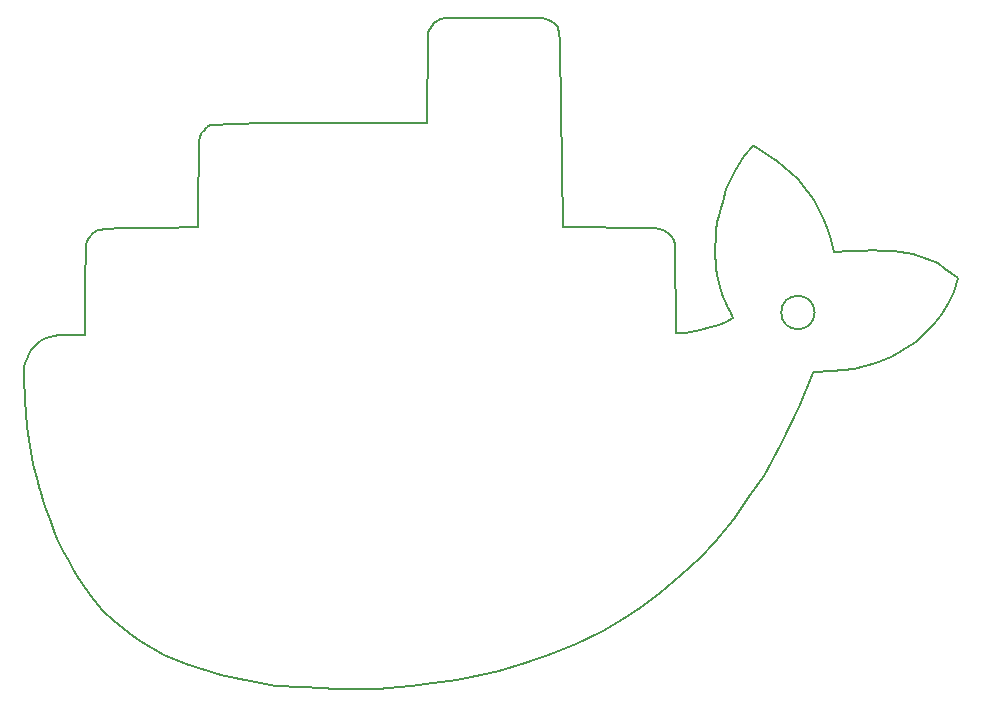
<source format=gbr>
G04 #@! TF.GenerationSoftware,KiCad,Pcbnew,(5.1.2)-1*
G04 #@! TF.CreationDate,2019-06-19T12:48:08+08:00*
G04 #@! TF.ProjectId,docker_take2,646f636b-6572-45f7-9461-6b65322e6b69,rev?*
G04 #@! TF.SameCoordinates,Original*
G04 #@! TF.FileFunction,Profile,NP*
%FSLAX46Y46*%
G04 Gerber Fmt 4.6, Leading zero omitted, Abs format (unit mm)*
G04 Created by KiCad (PCBNEW (5.1.2)-1) date 2019-06-19 12:48:08*
%MOMM*%
%LPD*%
G04 APERTURE LIST*
%ADD10C,0.150000*%
G04 APERTURE END LIST*
D10*
X120586500Y-74866500D02*
X120650000Y-74866500D01*
X177241200Y-58928000D02*
X177292000Y-58928000D01*
X182308500Y-78041500D02*
X182308500Y-78105000D01*
X120015000Y-95377000D02*
X120015000Y-95440500D01*
X119951500Y-95313500D02*
X120015000Y-95440500D01*
X182414214Y-73000000D02*
G75*
G03X182414214Y-73000000I-1414214J0D01*
G01*
X176479200Y-59740800D02*
X177241200Y-58928000D01*
X176479200Y-59740800D02*
X175717200Y-61010800D01*
X174955200Y-62585600D02*
X175717200Y-61010800D01*
X174650400Y-63652400D02*
X174955200Y-62585600D01*
X174498000Y-64160400D02*
X174650400Y-63652400D01*
X174447200Y-64465200D02*
X174498000Y-64160400D01*
X174294800Y-64871600D02*
X174447200Y-64465200D01*
X174193200Y-65328800D02*
X174294800Y-64871600D01*
X174091600Y-66141600D02*
X174193200Y-65328800D01*
X174040800Y-66700400D02*
X174091600Y-66141600D01*
X173990000Y-67513200D02*
X174040800Y-66700400D01*
X173990000Y-67614800D02*
X173990000Y-67513200D01*
X173990000Y-68275200D02*
X173990000Y-67614800D01*
X174040800Y-68732400D02*
X173990000Y-68275200D01*
X174091600Y-69240400D02*
X174040800Y-68732400D01*
X174193200Y-69850000D02*
X174091600Y-69240400D01*
X174396400Y-70815200D02*
X174193200Y-69850000D01*
X174599600Y-71424800D02*
X174396400Y-70815200D01*
X174701200Y-71678800D02*
X174599600Y-71424800D01*
X174853600Y-72034400D02*
X174701200Y-71678800D01*
X175107600Y-72593200D02*
X174853600Y-72034400D01*
X175260000Y-72898000D02*
X175107600Y-72593200D01*
X175514000Y-73456800D02*
X175260000Y-72898000D01*
X174955200Y-73812400D02*
X175514000Y-73456800D01*
X174294800Y-74066400D02*
X174955200Y-73812400D01*
X173685200Y-74269600D02*
X174294800Y-74066400D01*
X172415200Y-74574400D02*
X173685200Y-74269600D01*
X171450000Y-74726800D02*
X172415200Y-74574400D01*
X170688000Y-74777600D02*
X171450000Y-74726800D01*
X170637200Y-67259200D02*
X170688000Y-74777600D01*
X170484800Y-66903600D02*
X170637200Y-67259200D01*
X170230800Y-66548000D02*
X170484800Y-66903600D01*
X169976800Y-66243200D02*
X170230800Y-66548000D01*
X169570400Y-66040000D02*
X169976800Y-66243200D01*
X168910000Y-65887600D02*
X169570400Y-66040000D01*
X168452800Y-65836800D02*
X168910000Y-65887600D01*
X161086800Y-65735200D02*
X168452800Y-65836800D01*
X160883600Y-50495200D02*
X161086800Y-65735200D01*
X160832800Y-49936400D02*
X160883600Y-50495200D01*
X160782000Y-49428400D02*
X160832800Y-49936400D01*
X160680400Y-48818800D02*
X160782000Y-49428400D01*
X160426400Y-48564800D02*
X160680400Y-48818800D01*
X160121600Y-48310800D02*
X160426400Y-48564800D01*
X159867600Y-48209200D02*
X160121600Y-48310800D01*
X159410400Y-48107600D02*
X159867600Y-48209200D01*
X159004000Y-48056800D02*
X159410400Y-48107600D01*
X158750000Y-48056800D02*
X159004000Y-48056800D01*
X151130000Y-48056800D02*
X158750000Y-48056800D01*
X150774400Y-48158400D02*
X151130000Y-48056800D01*
X150571200Y-48260000D02*
X150774400Y-48158400D01*
X150418800Y-48361600D02*
X150571200Y-48260000D01*
X150215600Y-48514000D02*
X150418800Y-48361600D01*
X150063200Y-48717200D02*
X150215600Y-48514000D01*
X149860000Y-48971200D02*
X150063200Y-48717200D01*
X149707600Y-49225200D02*
X149860000Y-48971200D01*
X149656800Y-49530000D02*
X149707600Y-49225200D01*
X149606000Y-56946800D02*
X149656800Y-49530000D01*
X135991600Y-56997600D02*
X149606000Y-56946800D01*
X133096000Y-57048400D02*
X135991600Y-56997600D01*
X131445000Y-57086500D02*
X133096000Y-57048400D01*
X131191000Y-57150000D02*
X131445000Y-57086500D01*
X131000500Y-57277000D02*
X131191000Y-57150000D01*
X130873500Y-57404000D02*
X131000500Y-57277000D01*
X130683000Y-57594500D02*
X130873500Y-57404000D01*
X130556000Y-57721500D02*
X130683000Y-57594500D01*
X130429000Y-57912000D02*
X130556000Y-57721500D01*
X130365500Y-58166000D02*
X130429000Y-57912000D01*
X130302000Y-58483500D02*
X130365500Y-58166000D01*
X130238500Y-64579500D02*
X130302000Y-58483500D01*
X130238500Y-65786000D02*
X130238500Y-64579500D01*
X127000000Y-65849500D02*
X130238500Y-65786000D01*
X125984000Y-65849500D02*
X127000000Y-65849500D01*
X125031500Y-65849500D02*
X125984000Y-65849500D01*
X123317000Y-65849500D02*
X125031500Y-65849500D01*
X122809000Y-65913000D02*
X123317000Y-65849500D01*
X122555000Y-65913000D02*
X122809000Y-65913000D01*
X122301000Y-65913000D02*
X122555000Y-65913000D01*
X121920000Y-65976500D02*
X122301000Y-65913000D01*
X121729500Y-66040000D02*
X121920000Y-65976500D01*
X121348500Y-66294000D02*
X121729500Y-66040000D01*
X120967500Y-66675000D02*
X121348500Y-66294000D01*
X120840500Y-66929000D02*
X120967500Y-66675000D01*
X120713500Y-67246500D02*
X120840500Y-66929000D01*
X120650000Y-70675500D02*
X120713500Y-67246500D01*
X120650000Y-72961500D02*
X120650000Y-70675500D01*
X120650000Y-74866500D02*
X120650000Y-72961500D01*
X118999000Y-74930000D02*
X120586500Y-74866500D01*
X118427500Y-74930000D02*
X118999000Y-74930000D01*
X117983000Y-74993500D02*
X118427500Y-74930000D01*
X117665500Y-75057000D02*
X117983000Y-74993500D01*
X117348000Y-75184000D02*
X117665500Y-75057000D01*
X116840000Y-75438000D02*
X117348000Y-75184000D01*
X116395500Y-75819000D02*
X116840000Y-75438000D01*
X116078000Y-76200000D02*
X116395500Y-75819000D01*
X115887500Y-76517500D02*
X116078000Y-76200000D01*
X115697000Y-76898500D02*
X115887500Y-76517500D01*
X115570000Y-77279500D02*
X115697000Y-76898500D01*
X115506500Y-77597000D02*
X115570000Y-77279500D01*
X115506500Y-77787500D02*
X115506500Y-77597000D01*
X115506500Y-78549500D02*
X115506500Y-77787500D01*
X115570000Y-80391000D02*
X115506500Y-78549500D01*
X115760500Y-82677000D02*
X115570000Y-80391000D01*
X116014500Y-84328000D02*
X115760500Y-82677000D01*
X116268500Y-85852000D02*
X116014500Y-84328000D01*
X116649500Y-87312500D02*
X116268500Y-85852000D01*
X116776500Y-87757000D02*
X116649500Y-87312500D01*
X116840000Y-88011000D02*
X116776500Y-87757000D01*
X116903500Y-88201500D02*
X116840000Y-88011000D01*
X117030500Y-88646000D02*
X116903500Y-88201500D01*
X117094000Y-88900000D02*
X117030500Y-88646000D01*
X117284500Y-89471500D02*
X117094000Y-88900000D01*
X117475000Y-90043000D02*
X117284500Y-89471500D01*
X117729000Y-90741500D02*
X117475000Y-90043000D01*
X117983000Y-91503500D02*
X117729000Y-90741500D01*
X118300500Y-92138500D02*
X117983000Y-91503500D01*
X118364000Y-92329000D02*
X118300500Y-92138500D01*
X118808500Y-93218000D02*
X118364000Y-92329000D01*
X119253000Y-94043500D02*
X118808500Y-93218000D01*
X119634000Y-94742000D02*
X119253000Y-94043500D01*
X119951500Y-95313500D02*
X119634000Y-94742000D01*
X120459500Y-96075500D02*
X120015000Y-95377000D01*
X121412000Y-97345500D02*
X120459500Y-96075500D01*
X122174000Y-98234500D02*
X121412000Y-97345500D01*
X122174000Y-98234500D02*
X122999500Y-98996500D01*
X124333000Y-100139500D02*
X122999500Y-98996500D01*
X125285500Y-100838000D02*
X124333000Y-100139500D01*
X127317500Y-101981000D02*
X125285500Y-100838000D01*
X129159000Y-102743000D02*
X127317500Y-101981000D01*
X132143500Y-103695500D02*
X129159000Y-102743000D01*
X133794500Y-104013000D02*
X132143500Y-103695500D01*
X136842500Y-104584500D02*
X133794500Y-104013000D01*
X139001500Y-104711500D02*
X136842500Y-104584500D01*
X140779500Y-104775000D02*
X139001500Y-104711500D01*
X141732000Y-104838500D02*
X140779500Y-104775000D01*
X142875000Y-104902000D02*
X141732000Y-104838500D01*
X144272000Y-104902000D02*
X142875000Y-104902000D01*
X145542000Y-104838500D02*
X144272000Y-104902000D01*
X146304000Y-104775000D02*
X145542000Y-104838500D01*
X148209000Y-104584500D02*
X146304000Y-104775000D01*
X150114000Y-104394000D02*
X148209000Y-104584500D01*
X152146000Y-104140000D02*
X150114000Y-104394000D01*
X153352500Y-103886000D02*
X152146000Y-104140000D01*
X154178000Y-103695500D02*
X153352500Y-103886000D01*
X155702000Y-103314500D02*
X154178000Y-103695500D01*
X157924500Y-102679500D02*
X155702000Y-103314500D01*
X160083500Y-101917500D02*
X157924500Y-102679500D01*
X162179000Y-101028500D02*
X160083500Y-101917500D01*
X164465000Y-99949000D02*
X162179000Y-101028500D01*
X166179500Y-98933000D02*
X164465000Y-99949000D01*
X167640000Y-97980500D02*
X166179500Y-98933000D01*
X169354500Y-96710500D02*
X167640000Y-97980500D01*
X171069000Y-95250000D02*
X169354500Y-96710500D01*
X172720000Y-93789500D02*
X171069000Y-95250000D01*
X173990000Y-92392500D02*
X172720000Y-93789500D01*
X175577500Y-90487500D02*
X173990000Y-92392500D01*
X176974500Y-88455500D02*
X175577500Y-90487500D01*
X178117500Y-86804500D02*
X176974500Y-88455500D01*
X179578000Y-84137500D02*
X178117500Y-86804500D01*
X181102000Y-81026000D02*
X179578000Y-84137500D01*
X182308500Y-78105000D02*
X181102000Y-81026000D01*
X183896000Y-77978000D02*
X182308500Y-78041500D01*
X185737500Y-77787500D02*
X183896000Y-77978000D01*
X187642500Y-77279500D02*
X185737500Y-77787500D01*
X188912500Y-76771500D02*
X187642500Y-77279500D01*
X189484000Y-76390500D02*
X188912500Y-76771500D01*
X190182500Y-76009500D02*
X189484000Y-76390500D01*
X191008000Y-75501500D02*
X190182500Y-76009500D01*
X191770000Y-74739500D02*
X191008000Y-75501500D01*
X192532000Y-73977500D02*
X191770000Y-74739500D01*
X193167000Y-73088500D02*
X192532000Y-73977500D01*
X193802000Y-72072500D02*
X193167000Y-73088500D01*
X194183000Y-71247000D02*
X193802000Y-72072500D01*
X194564000Y-70104000D02*
X194183000Y-71247000D01*
X193992500Y-69659500D02*
X194564000Y-70104000D01*
X193484500Y-69278500D02*
X193992500Y-69659500D01*
X192849500Y-68834000D02*
X193484500Y-69278500D01*
X191897000Y-68453000D02*
X192849500Y-68834000D01*
X190754000Y-68072000D02*
X191897000Y-68453000D01*
X189103000Y-67818000D02*
X190754000Y-68072000D01*
X188087000Y-67754500D02*
X189103000Y-67818000D01*
X187261500Y-67691000D02*
X188087000Y-67754500D01*
X186626500Y-67754500D02*
X187261500Y-67691000D01*
X185356500Y-67818000D02*
X186626500Y-67754500D01*
X184023000Y-67881500D02*
X185356500Y-67818000D01*
X183769000Y-66865500D02*
X184023000Y-67881500D01*
X183578500Y-66040000D02*
X183769000Y-66865500D01*
X183134000Y-64960500D02*
X183578500Y-66040000D01*
X182372000Y-63500000D02*
X183134000Y-64960500D01*
X181038500Y-61722000D02*
X182372000Y-63500000D01*
X179260500Y-60134500D02*
X181038500Y-61722000D01*
X177292000Y-58928000D02*
X179260500Y-60134500D01*
M02*

</source>
